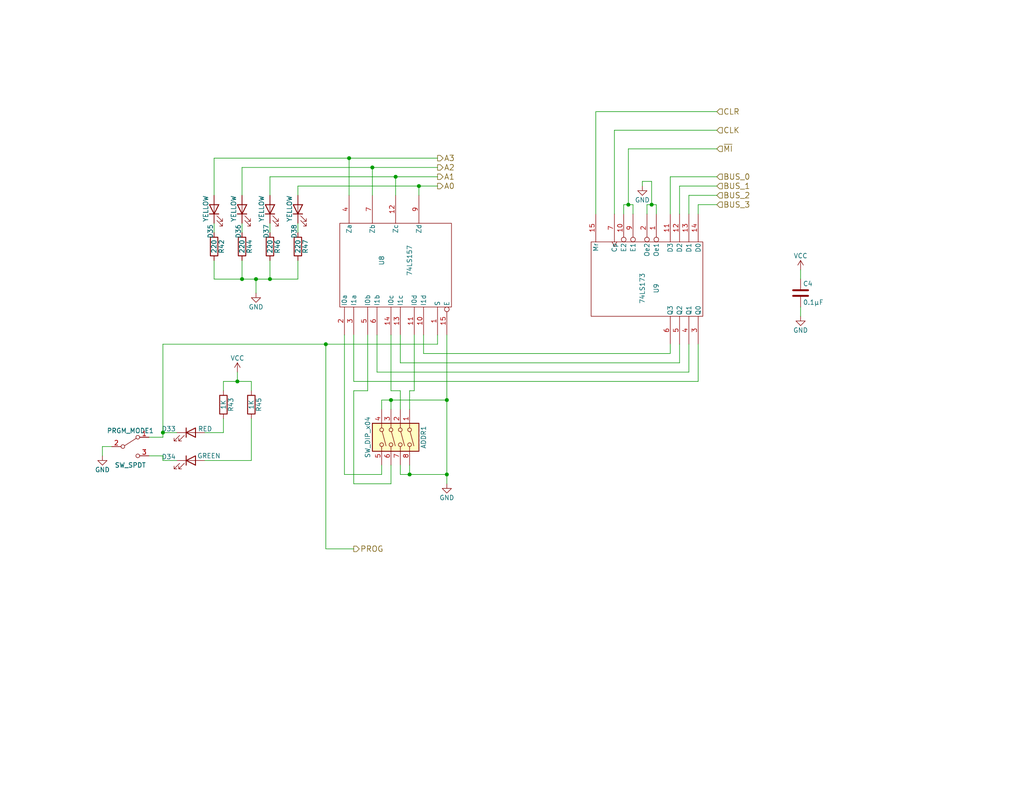
<source format=kicad_sch>
(kicad_sch (version 20231120) (generator "eeschema") (generator_version "8.0")
  (paper "USLetter")
  (lib_symbols
    (symbol "8bit-computer:74LS157" (pin_names (offset 0.254))
      (property "Reference" "U" (at 1.27 3.81 0))
      (property "Value" "74LS157" (at 1.27 -3.81 0))
      (symbol "74LS157_0_0"
        (pin power_in line (at -8.89 15.24 90) (length 0) hide (name "VCC") (number "16"))
        (pin power_in line (at -8.89 -15.24 90) (length 0) hide (name "GND") (number "8"))
      )
      (symbol "74LS157_0_1"
        (rectangle (start -11.43 15.24) (end 11.43 -15.24))
      )
      (symbol "74LS157_1_1"
        (pin input line (at -19.05 -11.43 0) (length 7.62) (name "S") (number "1"))
        (pin input line (at -19.05 -7.62 0) (length 7.62) (name "I1d") (number "10"))
        (pin input line (at -19.05 -5.08 0) (length 7.62) (name "I0d") (number "11"))
        (pin output line (at 19.05 0 180) (length 7.62) (name "Zc") (number "12"))
        (pin input line (at -19.05 -1.27 0) (length 7.62) (name "I1c") (number "13"))
        (pin input line (at -19.05 1.27 0) (length 7.62) (name "I0c") (number "14"))
        (pin input inverted (at -19.05 -13.97 0) (length 7.62) (name "E") (number "15"))
        (pin input line (at -19.05 13.97 0) (length 7.62) (name "I0a") (number "2"))
        (pin input line (at -19.05 11.43 0) (length 7.62) (name "I1a") (number "3"))
        (pin output line (at 19.05 12.7 180) (length 7.62) (name "Za") (number "4"))
        (pin input line (at -19.05 7.62 0) (length 7.62) (name "I0b") (number "5"))
        (pin input line (at -19.05 5.08 0) (length 7.62) (name "I1b") (number "6"))
        (pin output line (at 19.05 6.35 180) (length 7.62) (name "Zb") (number "7"))
        (pin output line (at 19.05 -6.35 180) (length 7.62) (name "Zd") (number "9"))
      )
    )
    (symbol "8bit-computer:74LS173" (pin_names (offset 0.254))
      (property "Reference" "U" (at 2.54 2.54 0))
      (property "Value" "74LS173" (at 2.54 -1.27 0))
      (symbol "74LS173_0_0"
        (pin power_in line (at -7.62 15.24 90) (length 0) hide (name "VCC") (number "16"))
        (pin power_in line (at -7.62 -15.24 90) (length 0) hide (name "GND") (number "8"))
      )
      (symbol "74LS173_0_1"
        (rectangle (start -10.16 15.24) (end 10.16 -15.24))
      )
      (symbol "74LS173_1_1"
        (pin input inverted (at -17.78 2.54 0) (length 7.62) (name "Oe1") (number "1"))
        (pin input inverted (at -17.78 -6.35 0) (length 7.62) (name "E2") (number "10"))
        (pin input line (at -17.78 6.35 0) (length 7.62) (name "D3") (number "11"))
        (pin input line (at -17.78 8.89 0) (length 7.62) (name "D2") (number "12"))
        (pin input line (at -17.78 11.43 0) (length 7.62) (name "D1") (number "13"))
        (pin input line (at -17.78 13.97 0) (length 7.62) (name "D0") (number "14"))
        (pin input line (at -17.78 -13.97 0) (length 7.62) (name "Mr") (number "15"))
        (pin input inverted (at -17.78 0 0) (length 7.62) (name "Oe2") (number "2"))
        (pin tri_state line (at 17.78 13.97 180) (length 7.62) (name "Q0") (number "3"))
        (pin tri_state line (at 17.78 11.43 180) (length 7.62) (name "Q1") (number "4"))
        (pin tri_state line (at 17.78 8.89 180) (length 7.62) (name "Q2") (number "5"))
        (pin tri_state line (at 17.78 6.35 180) (length 7.62) (name "Q3") (number "6"))
        (pin input clock (at -17.78 -8.89 0) (length 7.62) (name "Cp") (number "7"))
        (pin input inverted (at -17.78 -3.81 0) (length 7.62) (name "E1") (number "9"))
      )
    )
    (symbol "8bit-computer:SW_DIP_x04" (pin_names (offset 0) hide)
      (property "Reference" "SW" (at 0 8.89 0))
      (property "Value" "SW_DIP_x04" (at 0 -6.35 0))
      (symbol "SW_DIP_x04_0_0"
        (circle (center -2.032 -2.54) (radius 0.508))
        (circle (center -2.032 0) (radius 0.508))
        (circle (center -2.032 2.54) (radius 0.508))
        (circle (center -2.032 5.08) (radius 0.508))
        (polyline (pts (xy -1.524 -2.3876) (xy 2.3622 -1.3462)))
        (polyline (pts (xy -1.524 0.127) (xy 2.3622 1.1684)))
        (polyline (pts (xy -1.524 2.667) (xy 2.3622 3.7084)))
        (polyline (pts (xy -1.524 5.207) (xy 2.3622 6.2484)))
        (circle (center 2.032 -2.54) (radius 0.508))
        (circle (center 2.032 0) (radius 0.508))
        (circle (center 2.032 2.54) (radius 0.508))
        (circle (center 2.032 5.08) (radius 0.508))
      )
      (symbol "SW_DIP_x04_0_1"
        (rectangle (start -3.81 7.62) (end 3.81 -5.08) (stroke (width 0.254)) (fill (type background)))
      )
      (symbol "SW_DIP_x04_1_1"
        (pin passive line (at -7.62 5.08 0) (length 5.08) (name "~") (number "1"))
        (pin passive line (at -7.62 2.54 0) (length 5.08) (name "~") (number "2"))
        (pin passive line (at -7.62 0 0) (length 5.08) (name "~") (number "3"))
        (pin passive line (at -7.62 -2.54 0) (length 5.08) (name "~") (number "4"))
        (pin passive line (at 7.62 -2.54 180) (length 5.08) (name "~") (number "5"))
        (pin passive line (at 7.62 0 180) (length 5.08) (name "~") (number "6"))
        (pin passive line (at 7.62 2.54 180) (length 5.08) (name "~") (number "7"))
        (pin passive line (at 7.62 5.08 180) (length 5.08) (name "~") (number "8"))
      )
    )
    (symbol "8bit-computer:SW_SPDT" (pin_names (offset 0) hide)
      (property "Reference" "SW" (at 0 4.318 0))
      (property "Value" "SW_SPDT" (at 0 -5.08 0))
      (symbol "SW_SPDT_0_0"
        (circle (center -2.032 0) (radius 0.508))
        (circle (center 2.032 -2.54) (radius 0.508))
      )
      (symbol "SW_SPDT_0_1"
        (polyline (pts (xy -1.524 0.254) (xy 1.651 2.286)))
        (circle (center 2.032 2.54) (radius 0.508))
      )
      (symbol "SW_SPDT_1_1"
        (pin passive line (at 5.08 2.54 180) (length 2.54) (name "A") (number "1"))
        (pin passive line (at -5.08 0 0) (length 2.54) (name "B") (number "2"))
        (pin passive line (at 5.08 -2.54 180) (length 2.54) (name "C") (number "3"))
      )
    )
    (symbol "Device:C" (pin_numbers hide) (pin_names (offset 0.254))
      (property "Reference" "C" (at 0.635 2.54 0))
      (property "Value" "C" (at 0.635 -2.54 0))
      (symbol "C_0_1"
        (polyline (pts (xy -2.032 -0.762) (xy 2.032 -0.762)) (stroke (width 0.508)))
        (polyline (pts (xy -2.032 0.762) (xy 2.032 0.762)) (stroke (width 0.508)))
      )
      (symbol "C_1_1"
        (pin passive line (at 0 3.81 270) (length 2.794) (name "~") (number "1"))
        (pin passive line (at 0 -3.81 90) (length 2.794) (name "~") (number "2"))
      )
    )
    (symbol "Device:LED" (pin_numbers hide) (pin_names (offset 1.016) hide)
      (property "Reference" "D" (at 0 2.54 0))
      (property "Value" "LED" (at 0 -2.54 0))
      (symbol "LED_0_1"
        (polyline (pts (xy -1.27 -1.27) (xy -1.27 1.27)) (stroke (width 0.254)))
        (polyline (pts (xy -1.27 0) (xy 1.27 0)))
        (polyline (pts (xy 1.27 -1.27) (xy 1.27 1.27) (xy -1.27 0) (xy 1.27 -1.27)) (stroke (width 0.254)))
        (polyline (pts (xy -3.048 -0.762) (xy -4.572 -2.286) (xy -3.81 -2.286) (xy -4.572 -2.286) (xy -4.572 -1.524)))
        (polyline (pts (xy -1.778 -0.762) (xy -3.302 -2.286) (xy -2.54 -2.286) (xy -3.302 -2.286) (xy -3.302 -1.524)))
      )
      (symbol "LED_1_1"
        (pin passive line (at -3.81 0 0) (length 2.54) (name "K") (number "1"))
        (pin passive line (at 3.81 0 180) (length 2.54) (name "A") (number "2"))
      )
    )
    (symbol "Device:R" (pin_numbers hide) (pin_names (offset 0))
      (property "Reference" "R" (at 2.032 0 90))
      (property "Value" "R" (at 0 0 90))
      (symbol "R_0_1"
        (rectangle (start -1.016 -2.54) (end 1.016 2.54) (stroke (width 0.254)))
      )
      (symbol "R_1_1"
        (pin passive line (at 0 3.81 270) (length 1.27) (name "~") (number "1"))
        (pin passive line (at 0 -3.81 90) (length 1.27) (name "~") (number "2"))
      )
    )
    (symbol "power:GND" (power) (pin_names (offset 0))
      (property "Value" "GND" (at 0 -3.81 0))
      (symbol "GND_0_1"
        (polyline (pts (xy 0 0) (xy 0 -1.27) (xy 1.27 -1.27) (xy 0 -2.54) (xy -1.27 -1.27) (xy 0 -1.27)))
      )
      (symbol "GND_1_1"
        (pin power_in line (at 0 0 270) (length 0) hide (name "GND") (number "1"))
      )
    )
    (symbol "power:VCC" (power) (pin_names (offset 0))
      (property "Value" "VCC" (at 0 3.81 0))
      (symbol "VCC_0_1"
        (polyline (pts (xy -0.762 1.27) (xy 0 2.54)))
        (polyline (pts (xy 0 0) (xy 0 2.54)))
        (polyline (pts (xy 0 2.54) (xy 0.762 1.27)))
      )
      (symbol "VCC_1_1"
        (pin power_in line (at 0 0 90) (length 0) hide (name "VCC") (number "1"))
      )
    )
  )
  (junction (at 101.6 45.72))
  (junction (at 121.92 109.22))
  (junction (at 106.68 109.22))
  (junction (at 95.25 43.18))
  (junction (at 114.3 50.8))
  (junction (at 69.85 76.2))
  (junction (at 107.95 48.26))
  (junction (at 111.76 129.54))
  (junction (at 88.9 93.98))
  (junction (at 73.66 76.2))
  (junction (at 44.45 118.11))
  (junction (at 177.8 55.88))
  (junction (at 66.04 76.2))
  (junction (at 64.77 104.14))
  (junction (at 121.92 129.54))
  (junction (at 171.45 55.88))
  (wire (pts (xy 172.72 55.88) (xy 172.72 58.42)))
  (wire (pts (xy 55.88 118.11) (xy 60.96 118.11)))
  (wire (pts (xy 190.5 104.14) (xy 190.5 93.98)))
  (wire (pts (xy 119.38 93.98) (xy 119.38 91.44)))
  (wire (pts (xy 100.33 106.68) (xy 100.33 91.44)))
  (wire (pts (xy 195.58 40.64) (xy 171.45 40.64)))
  (wire (pts (xy 167.64 35.56) (xy 167.64 58.42)))
  (wire (pts (xy 44.45 124.46) (xy 44.45 125.73)))
  (wire (pts (xy 66.04 71.12) (xy 66.04 76.2)))
  (wire (pts (xy 60.96 104.14) (xy 64.77 104.14)))
  (wire (pts (xy 55.88 125.73) (xy 68.58 125.73)))
  (wire (pts (xy 218.44 76.2) (xy 218.44 73.66)))
  (wire (pts (xy 109.22 91.44) (xy 109.22 99.06)))
  (wire (pts (xy 106.68 111.76) (xy 106.68 109.22)))
  (wire (pts (xy 176.53 58.42) (xy 176.53 55.88)))
  (wire (pts (xy 109.22 129.54) (xy 109.22 127)))
  (wire (pts (xy 81.28 76.2) (xy 81.28 71.12)))
  (wire (pts (xy 66.04 60.96) (xy 66.04 63.5)))
  (wire (pts (xy 60.96 106.68) (xy 60.96 104.14)))
  (wire (pts (xy 44.45 118.11) (xy 44.45 93.98)))
  (wire (pts (xy 68.58 104.14) (xy 68.58 106.68)))
  (wire (pts (xy 111.76 127) (xy 111.76 129.54)))
  (wire (pts (xy 182.88 96.52) (xy 182.88 93.98)))
  (wire (pts (xy 111.76 129.54) (xy 121.92 129.54)))
  (wire (pts (xy 106.68 132.08) (xy 96.52 132.08)))
  (wire (pts (xy 73.66 71.12) (xy 73.66 76.2)))
  (wire (pts (xy 44.45 93.98) (xy 88.9 93.98)))
  (wire (pts (xy 96.52 132.08) (xy 96.52 106.68)))
  (wire (pts (xy 58.42 53.34) (xy 58.42 43.18)))
  (wire (pts (xy 195.58 48.26) (xy 182.88 48.26)))
  (wire (pts (xy 177.8 49.53) (xy 177.8 55.88)))
  (wire (pts (xy 121.92 109.22) (xy 121.92 129.54)))
  (wire (pts (xy 218.44 86.36) (xy 218.44 83.82)))
  (wire (pts (xy 113.03 91.44) (xy 113.03 106.68)))
  (wire (pts (xy 64.77 101.6) (xy 64.77 104.14)))
  (wire (pts (xy 40.64 124.46) (xy 44.45 124.46)))
  (wire (pts (xy 95.25 53.34) (xy 95.25 43.18)))
  (wire (pts (xy 58.42 71.12) (xy 58.42 76.2)))
  (wire (pts (xy 187.96 53.34) (xy 187.96 58.42)))
  (wire (pts (xy 73.66 48.26) (xy 73.66 53.34)))
  (wire (pts (xy 104.14 111.76) (xy 104.14 109.22)))
  (wire (pts (xy 109.22 99.06) (xy 185.42 99.06)))
  (wire (pts (xy 190.5 55.88) (xy 190.5 58.42)))
  (wire (pts (xy 195.58 53.34) (xy 187.96 53.34)))
  (wire (pts (xy 102.87 101.6) (xy 187.96 101.6)))
  (wire (pts (xy 187.96 101.6) (xy 187.96 93.98)))
  (wire (pts (xy 109.22 106.68) (xy 109.22 111.76)))
  (wire (pts (xy 73.66 48.26) (xy 107.95 48.26)))
  (wire (pts (xy 58.42 60.96) (xy 58.42 63.5)))
  (wire (pts (xy 96.52 106.68) (xy 100.33 106.68)))
  (wire (pts (xy 177.8 55.88) (xy 179.07 55.88)))
  (wire (pts (xy 73.66 60.96) (xy 73.66 63.5)))
  (wire (pts (xy 195.58 35.56) (xy 167.64 35.56)))
  (wire (pts (xy 111.76 106.68) (xy 111.76 111.76)))
  (wire (pts (xy 175.26 49.53) (xy 177.8 49.53)))
  (wire (pts (xy 195.58 30.48) (xy 162.56 30.48)))
  (wire (pts (xy 93.98 129.54) (xy 104.14 129.54)))
  (wire (pts (xy 96.52 104.14) (xy 190.5 104.14)))
  (wire (pts (xy 88.9 149.86) (xy 96.52 149.86)))
  (wire (pts (xy 171.45 55.88) (xy 172.72 55.88)))
  (wire (pts (xy 66.04 45.72) (xy 101.6 45.72)))
  (wire (pts (xy 106.68 91.44) (xy 106.68 106.68)))
  (wire (pts (xy 73.66 76.2) (xy 81.28 76.2)))
  (wire (pts (xy 40.64 119.38) (xy 44.45 119.38)))
  (wire (pts (xy 121.92 129.54) (xy 121.92 132.08)))
  (wire (pts (xy 115.57 91.44) (xy 115.57 96.52)))
  (wire (pts (xy 81.28 60.96) (xy 81.28 63.5)))
  (wire (pts (xy 185.42 99.06) (xy 185.42 93.98)))
  (wire (pts (xy 176.53 55.88) (xy 177.8 55.88)))
  (wire (pts (xy 60.96 114.3) (xy 60.96 118.11)))
  (wire (pts (xy 101.6 45.72) (xy 119.38 45.72)))
  (wire (pts (xy 113.03 106.68) (xy 111.76 106.68)))
  (wire (pts (xy 107.95 48.26) (xy 119.38 48.26)))
  (wire (pts (xy 104.14 129.54) (xy 104.14 127)))
  (wire (pts (xy 27.94 124.46) (xy 27.94 121.92)))
  (wire (pts (xy 109.22 129.54) (xy 111.76 129.54)))
  (wire (pts (xy 81.28 50.8) (xy 81.28 53.34)))
  (wire (pts (xy 162.56 30.48) (xy 162.56 58.42)))
  (wire (pts (xy 195.58 50.8) (xy 185.42 50.8)))
  (wire (pts (xy 195.58 55.88) (xy 190.5 55.88)))
  (wire (pts (xy 104.14 109.22) (xy 106.68 109.22)))
  (wire (pts (xy 171.45 40.64) (xy 171.45 55.88)))
  (wire (pts (xy 44.45 125.73) (xy 48.26 125.73)))
  (wire (pts (xy 27.94 121.92) (xy 30.48 121.92)))
  (wire (pts (xy 96.52 91.44) (xy 96.52 104.14)))
  (wire (pts (xy 69.85 80.01) (xy 69.85 76.2)))
  (wire (pts (xy 66.04 45.72) (xy 66.04 53.34)))
  (wire (pts (xy 182.88 48.26) (xy 182.88 58.42)))
  (wire (pts (xy 114.3 53.34) (xy 114.3 50.8)))
  (wire (pts (xy 175.26 50.8) (xy 175.26 49.53)))
  (wire (pts (xy 185.42 50.8) (xy 185.42 58.42)))
  (wire (pts (xy 179.07 55.88) (xy 179.07 58.42)))
  (wire (pts (xy 68.58 125.73) (xy 68.58 114.3)))
  (wire (pts (xy 107.95 53.34) (xy 107.95 48.26)))
  (wire (pts (xy 69.85 76.2) (xy 73.66 76.2)))
  (wire (pts (xy 106.68 127) (xy 106.68 132.08)))
  (wire (pts (xy 58.42 43.18) (xy 95.25 43.18)))
  (wire (pts (xy 88.9 93.98) (xy 88.9 149.86)))
  (wire (pts (xy 114.3 50.8) (xy 119.38 50.8)))
  (wire (pts (xy 101.6 53.34) (xy 101.6 45.72)))
  (wire (pts (xy 81.28 50.8) (xy 114.3 50.8)))
  (wire (pts (xy 170.18 55.88) (xy 171.45 55.88)))
  (wire (pts (xy 95.25 43.18) (xy 119.38 43.18)))
  (wire (pts (xy 93.98 91.44) (xy 93.98 129.54)))
  (wire (pts (xy 115.57 96.52) (xy 182.88 96.52)))
  (wire (pts (xy 106.68 109.22) (xy 121.92 109.22)))
  (wire (pts (xy 106.68 106.68) (xy 109.22 106.68)))
  (wire (pts (xy 58.42 76.2) (xy 66.04 76.2)))
  (wire (pts (xy 64.77 104.14) (xy 68.58 104.14)))
  (wire (pts (xy 44.45 119.38) (xy 44.45 118.11)))
  (wire (pts (xy 88.9 93.98) (xy 119.38 93.98)))
  (wire (pts (xy 121.92 91.44) (xy 121.92 109.22)))
  (wire (pts (xy 44.45 118.11) (xy 48.26 118.11)))
  (wire (pts (xy 66.04 76.2) (xy 69.85 76.2)))
  (wire (pts (xy 170.18 55.88) (xy 170.18 58.42)))
  (wire (pts (xy 102.87 91.44) (xy 102.87 101.6)))
  (hierarchical_label "CLK" (shape input) (at 195.58 35.56 0) (effects (font (size 1.524 1.524))))
  (hierarchical_label "A1" (shape output) (at 119.38 48.26 0) (effects (font (size 1.524 1.524))))
  (hierarchical_label "PROG" (shape output) (at 96.52 149.86 0) (effects (font (size 1.524 1.524))))
  (hierarchical_label "A2" (shape output) (at 119.38 45.72 0) (effects (font (size 1.524 1.524))))
  (hierarchical_label "A3" (shape output) (at 119.38 43.18 0) (effects (font (size 1.524 1.524))))
  (hierarchical_label "BUS_2" (shape input) (at 195.58 53.34 0) (effects (font (size 1.524 1.524))))
  (hierarchical_label "BUS_1" (shape input) (at 195.58 50.8 0) (effects (font (size 1.524 1.524))))
  (hierarchical_label "BUS_0" (shape input) (at 195.58 48.26 0) (effects (font (size 1.524 1.524))))
  (hierarchical_label "~{MI}" (shape input) (at 195.58 40.64 0) (effects (font (size 1.524 1.524))))
  (hierarchical_label "A0" (shape output) (at 119.38 50.8 0) (effects (font (size 1.524 1.524))))
  (hierarchical_label "BUS_3" (shape input) (at 195.58 55.88 0) (effects (font (size 1.524 1.524))))
  (hierarchical_label "CLR" (shape input) (at 195.58 30.48 0) (effects (font (size 1.524 1.524))))
  (symbol (lib_id "8bit-computer:74LS157") (at 107.95 72.39 90) (unit 1)
    (property "Reference" "U8" (at 104.14 71.12 0))
    (property "Value" "74LS157" (at 111.76 71.12 0))
    (property "Footprint" "Package_DIP:DIP-16_W7.62mm" (effects (hide yes)))
  )
  (symbol (lib_id "8bit-computer:74LS173") (at 176.53 76.2 270) (unit 1)
    (property "Reference" "U9" (at 179.07 78.74 0))
    (property "Value" "74LS173" (at 175.26 78.74 0))
    (property "Footprint" "Package_DIP:DIP-16_W7.62mm" (effects (hide yes)))
  )
  (symbol (lib_id "8bit-computer:SW_DIP_x04") (at 106.68 119.38 270) (unit 1)
    (property "Reference" "ADDR1" (at 115.57 119.38 0))
    (property "Value" "SW_DIP_x04" (at 100.33 119.38 0))
    (property "Footprint" "Button_Switch_THT:SW_DIP_SPSTx04_Slide_9.78x12.34mm_W7.62mm_P2.54mm" (effects (hide yes)))
  )
  (symbol (lib_id "8bit-computer:SW_SPDT") (at 35.56 121.92 0) (unit 1)
    (property "Reference" "PRGM_MODE1" (at 35.56 117.602 0))
    (property "Value" "SW_SPDT" (at 35.56 127 0))
    (property "Footprint" "8bit-custom-footprints:DPDT-pushbutton" (effects (hide yes)))
  )
  (symbol (lib_id "Device:R") (at 60.96 110.49 0) (unit 1)
    (property "Reference" "R43" (at 62.992 110.49 90))
    (property "Value" "1K" (at 60.96 110.49 90))
    (property "Footprint" "Resistor_THT:R_Axial_DIN0207_L6.3mm_D2.5mm_P7.62mm_Horizontal" (effects (hide yes)))
  )
  (symbol (lib_id "Device:R") (at 68.58 110.49 0) (unit 1)
    (property "Reference" "R45" (at 70.612 110.49 90))
    (property "Value" "1K" (at 68.58 110.49 90))
    (property "Footprint" "Resistor_THT:R_Axial_DIN0207_L6.3mm_D2.5mm_P7.62mm_Horizontal" (effects (hide yes)))
  )
  (symbol (lib_id "power:GND") (at 27.94 124.46 0) (unit 1)
    (property "Reference" "#PWR017" (effects (hide yes)))
    (property "Value" "GND" (at 27.94 128.27 0))
  )
  (symbol (lib_id "power:VCC") (at 64.77 101.6 0) (unit 1)
    (property "Reference" "#PWR018" (effects (hide yes)))
    (property "Value" "VCC" (at 64.77 97.79 0))
  )
  (symbol (lib_id "power:GND") (at 121.92 132.08 0) (unit 1)
    (property "Reference" "#PWR020" (effects (hide yes)))
    (property "Value" "GND" (at 121.92 135.89 0))
  )
  (symbol (lib_id "Device:R") (at 81.28 67.31 0) (unit 1)
    (property "Reference" "R47" (at 83.312 67.31 90))
    (property "Value" "220" (at 81.28 67.31 90))
    (property "Footprint" "Resistor_THT:R_Axial_DIN0207_L6.3mm_D2.5mm_P7.62mm_Horizontal" (effects (hide yes)))
  )
  (symbol (lib_id "Device:R") (at 73.66 67.31 0) (unit 1)
    (property "Reference" "R46" (at 75.692 67.31 90))
    (property "Value" "220" (at 73.66 67.31 90))
    (property "Footprint" "Resistor_THT:R_Axial_DIN0207_L6.3mm_D2.5mm_P7.62mm_Horizontal" (effects (hide yes)))
  )
  (symbol (lib_id "Device:R") (at 66.04 67.31 0) (unit 1)
    (property "Reference" "R44" (at 68.072 67.31 90))
    (property "Value" "220" (at 66.04 67.31 90))
    (property "Footprint" "Resistor_THT:R_Axial_DIN0207_L6.3mm_D2.5mm_P7.62mm_Horizontal" (effects (hide yes)))
  )
  (symbol (lib_id "Device:R") (at 58.42 67.31 0) (unit 1)
    (property "Reference" "R42" (at 60.452 67.31 90))
    (property "Value" "220" (at 58.42 67.31 90))
    (property "Footprint" "Resistor_THT:R_Axial_DIN0207_L6.3mm_D2.5mm_P7.62mm_Horizontal" (effects (hide yes)))
  )
  (symbol (lib_id "power:GND") (at 69.85 80.01 0) (unit 1)
    (property "Reference" "#PWR019" (effects (hide yes)))
    (property "Value" "GND" (at 69.85 83.82 0))
  )
  (symbol (lib_id "power:GND") (at 175.26 50.8 0) (unit 1)
    (property "Reference" "#PWR021" (effects (hide yes)))
    (property "Value" "GND" (at 175.26 54.61 0))
  )
  (symbol (lib_id "Device:C") (at 218.44 80.01 0) (unit 1)
    (property "Reference" "C4" (at 219.075 77.47 0) (effects (justify left)))
    (property "Value" "0.1µF" (at 219.075 82.55 0) (effects (justify left)))
    (property "Footprint" "Capacitor_THT:C_Disc_D4.3mm_W1.9mm_P5.00mm" (effects (hide yes)))
  )
  (symbol (lib_id "power:VCC") (at 218.44 73.66 0) (unit 1)
    (property "Reference" "#PWR022" (effects (hide yes)))
    (property "Value" "VCC" (at 218.44 69.85 0))
  )
  (symbol (lib_id "power:GND") (at 218.44 86.36 0) (unit 1)
    (property "Reference" "#PWR023" (effects (hide yes)))
    (property "Value" "GND" (at 218.44 90.17 0))
  )
  (symbol (lib_id "Device:LED") (at 52.07 125.73 0) (unit 1)
    (property "Reference" "D34" (at 48.006 124.714 0) (effects (justify right)))
    (property "Value" "GREEN" (at 60.198 124.46 0) (effects (justify right)))
  )
  (symbol (lib_id "Device:LED") (at 73.66 57.15 90) (unit 1)
    (property "Reference" "D37" (at 72.644 61.214 0) (effects (justify right)))
    (property "Value" "YELLOW" (at 71.374 53.34 0) (effects (justify right)))
  )
  (symbol (lib_id "Device:LED") (at 81.28 57.15 90) (unit 1)
    (property "Reference" "D38" (at 80.264 61.214 0) (effects (justify right)))
    (property "Value" "YELLOW" (at 78.994 53.34 0) (effects (justify right)))
  )
  (symbol (lib_id "Device:LED") (at 66.04 57.15 90) (unit 1)
    (property "Reference" "D36" (at 65.024 61.214 0) (effects (justify right)))
    (property "Value" "YELLOW" (at 63.754 53.34 0) (effects (justify right)))
  )
  (symbol (lib_id "Device:LED") (at 58.42 57.15 90) (unit 1)
    (property "Reference" "D35" (at 57.404 61.214 0) (effects (justify right)))
    (property "Value" "YELLOW" (at 56.134 53.34 0) (effects (justify right)))
  )
  (symbol (lib_id "Device:LED") (at 52.07 118.11 0) (unit 1)
    (property "Reference" "D33" (at 48.006 117.094 0) (effects (justify right)))
    (property "Value" "RED" (at 57.912 117.094 0) (effects (justify right)))
  )
)
</source>
